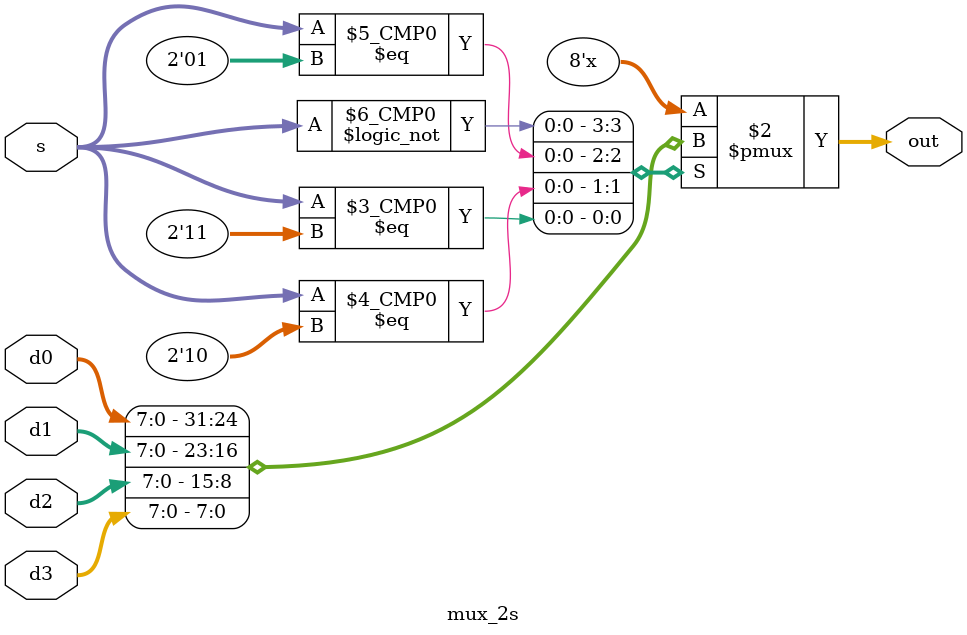
<source format=v>
module mux_2s #(parameter WIDTH = 8) (
    input [WIDTH-1:0] d0,
    input [WIDTH-1:0] d1,
    input [WIDTH-1:0] d2,
    input [WIDTH-1:0] d3,
    input [1:0] s,
    output reg [WIDTH-1:0] out
);
always @(*) begin
    case (s)
        2'b00: out = d0;
        2'b01: out = d1;
        2'b10: out = d2;
        2'b11: out = d3;
        default: out = {WIDTH{1'b0}};
    endcase
end
endmodule

</source>
